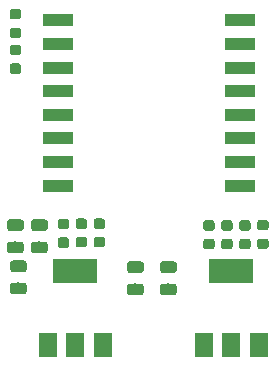
<source format=gbr>
G04 #@! TF.GenerationSoftware,KiCad,Pcbnew,5.0.0-fee4fd1~66~ubuntu16.04.1*
G04 #@! TF.CreationDate,2018-12-09T19:45:05+07:00*
G04 #@! TF.ProjectId,master_circuit,6D61737465725F636972637569742E6B,rev?*
G04 #@! TF.SameCoordinates,Original*
G04 #@! TF.FileFunction,Paste,Top*
G04 #@! TF.FilePolarity,Positive*
%FSLAX46Y46*%
G04 Gerber Fmt 4.6, Leading zero omitted, Abs format (unit mm)*
G04 Created by KiCad (PCBNEW 5.0.0-fee4fd1~66~ubuntu16.04.1) date Sun Dec  9 19:45:05 2018*
%MOMM*%
%LPD*%
G01*
G04 APERTURE LIST*
%ADD10R,2.500000X1.100000*%
%ADD11C,0.100000*%
%ADD12C,0.975000*%
%ADD13C,0.875000*%
%ADD14R,3.800000X2.000000*%
%ADD15R,1.500000X2.000000*%
G04 APERTURE END LIST*
D10*
G04 #@! TO.C,U1*
X149160000Y-62230000D03*
X149160000Y-64230000D03*
X149160000Y-66230000D03*
X149160000Y-68230000D03*
X149160000Y-70230000D03*
X149160000Y-72230000D03*
X149160000Y-74230000D03*
X149160000Y-76230000D03*
X164560000Y-76230000D03*
X164560000Y-74230000D03*
X164560000Y-72230000D03*
X164560000Y-70230000D03*
X164560000Y-68230000D03*
X164560000Y-66230000D03*
X164560000Y-64230000D03*
X164560000Y-62230000D03*
G04 #@! TD*
D11*
G04 #@! TO.C,C1*
G36*
X148054142Y-80969174D02*
X148077803Y-80972684D01*
X148101007Y-80978496D01*
X148123529Y-80986554D01*
X148145153Y-80996782D01*
X148165670Y-81009079D01*
X148184883Y-81023329D01*
X148202607Y-81039393D01*
X148218671Y-81057117D01*
X148232921Y-81076330D01*
X148245218Y-81096847D01*
X148255446Y-81118471D01*
X148263504Y-81140993D01*
X148269316Y-81164197D01*
X148272826Y-81187858D01*
X148274000Y-81211750D01*
X148274000Y-81699250D01*
X148272826Y-81723142D01*
X148269316Y-81746803D01*
X148263504Y-81770007D01*
X148255446Y-81792529D01*
X148245218Y-81814153D01*
X148232921Y-81834670D01*
X148218671Y-81853883D01*
X148202607Y-81871607D01*
X148184883Y-81887671D01*
X148165670Y-81901921D01*
X148145153Y-81914218D01*
X148123529Y-81924446D01*
X148101007Y-81932504D01*
X148077803Y-81938316D01*
X148054142Y-81941826D01*
X148030250Y-81943000D01*
X147117750Y-81943000D01*
X147093858Y-81941826D01*
X147070197Y-81938316D01*
X147046993Y-81932504D01*
X147024471Y-81924446D01*
X147002847Y-81914218D01*
X146982330Y-81901921D01*
X146963117Y-81887671D01*
X146945393Y-81871607D01*
X146929329Y-81853883D01*
X146915079Y-81834670D01*
X146902782Y-81814153D01*
X146892554Y-81792529D01*
X146884496Y-81770007D01*
X146878684Y-81746803D01*
X146875174Y-81723142D01*
X146874000Y-81699250D01*
X146874000Y-81211750D01*
X146875174Y-81187858D01*
X146878684Y-81164197D01*
X146884496Y-81140993D01*
X146892554Y-81118471D01*
X146902782Y-81096847D01*
X146915079Y-81076330D01*
X146929329Y-81057117D01*
X146945393Y-81039393D01*
X146963117Y-81023329D01*
X146982330Y-81009079D01*
X147002847Y-80996782D01*
X147024471Y-80986554D01*
X147046993Y-80978496D01*
X147070197Y-80972684D01*
X147093858Y-80969174D01*
X147117750Y-80968000D01*
X148030250Y-80968000D01*
X148054142Y-80969174D01*
X148054142Y-80969174D01*
G37*
D12*
X147574000Y-81455500D03*
D11*
G36*
X148054142Y-79094174D02*
X148077803Y-79097684D01*
X148101007Y-79103496D01*
X148123529Y-79111554D01*
X148145153Y-79121782D01*
X148165670Y-79134079D01*
X148184883Y-79148329D01*
X148202607Y-79164393D01*
X148218671Y-79182117D01*
X148232921Y-79201330D01*
X148245218Y-79221847D01*
X148255446Y-79243471D01*
X148263504Y-79265993D01*
X148269316Y-79289197D01*
X148272826Y-79312858D01*
X148274000Y-79336750D01*
X148274000Y-79824250D01*
X148272826Y-79848142D01*
X148269316Y-79871803D01*
X148263504Y-79895007D01*
X148255446Y-79917529D01*
X148245218Y-79939153D01*
X148232921Y-79959670D01*
X148218671Y-79978883D01*
X148202607Y-79996607D01*
X148184883Y-80012671D01*
X148165670Y-80026921D01*
X148145153Y-80039218D01*
X148123529Y-80049446D01*
X148101007Y-80057504D01*
X148077803Y-80063316D01*
X148054142Y-80066826D01*
X148030250Y-80068000D01*
X147117750Y-80068000D01*
X147093858Y-80066826D01*
X147070197Y-80063316D01*
X147046993Y-80057504D01*
X147024471Y-80049446D01*
X147002847Y-80039218D01*
X146982330Y-80026921D01*
X146963117Y-80012671D01*
X146945393Y-79996607D01*
X146929329Y-79978883D01*
X146915079Y-79959670D01*
X146902782Y-79939153D01*
X146892554Y-79917529D01*
X146884496Y-79895007D01*
X146878684Y-79871803D01*
X146875174Y-79848142D01*
X146874000Y-79824250D01*
X146874000Y-79336750D01*
X146875174Y-79312858D01*
X146878684Y-79289197D01*
X146884496Y-79265993D01*
X146892554Y-79243471D01*
X146902782Y-79221847D01*
X146915079Y-79201330D01*
X146929329Y-79182117D01*
X146945393Y-79164393D01*
X146963117Y-79148329D01*
X146982330Y-79134079D01*
X147002847Y-79121782D01*
X147024471Y-79111554D01*
X147046993Y-79103496D01*
X147070197Y-79097684D01*
X147093858Y-79094174D01*
X147117750Y-79093000D01*
X148030250Y-79093000D01*
X148054142Y-79094174D01*
X148054142Y-79094174D01*
G37*
D12*
X147574000Y-79580500D03*
G04 #@! TD*
D11*
G04 #@! TO.C,C2*
G36*
X146022142Y-79094174D02*
X146045803Y-79097684D01*
X146069007Y-79103496D01*
X146091529Y-79111554D01*
X146113153Y-79121782D01*
X146133670Y-79134079D01*
X146152883Y-79148329D01*
X146170607Y-79164393D01*
X146186671Y-79182117D01*
X146200921Y-79201330D01*
X146213218Y-79221847D01*
X146223446Y-79243471D01*
X146231504Y-79265993D01*
X146237316Y-79289197D01*
X146240826Y-79312858D01*
X146242000Y-79336750D01*
X146242000Y-79824250D01*
X146240826Y-79848142D01*
X146237316Y-79871803D01*
X146231504Y-79895007D01*
X146223446Y-79917529D01*
X146213218Y-79939153D01*
X146200921Y-79959670D01*
X146186671Y-79978883D01*
X146170607Y-79996607D01*
X146152883Y-80012671D01*
X146133670Y-80026921D01*
X146113153Y-80039218D01*
X146091529Y-80049446D01*
X146069007Y-80057504D01*
X146045803Y-80063316D01*
X146022142Y-80066826D01*
X145998250Y-80068000D01*
X145085750Y-80068000D01*
X145061858Y-80066826D01*
X145038197Y-80063316D01*
X145014993Y-80057504D01*
X144992471Y-80049446D01*
X144970847Y-80039218D01*
X144950330Y-80026921D01*
X144931117Y-80012671D01*
X144913393Y-79996607D01*
X144897329Y-79978883D01*
X144883079Y-79959670D01*
X144870782Y-79939153D01*
X144860554Y-79917529D01*
X144852496Y-79895007D01*
X144846684Y-79871803D01*
X144843174Y-79848142D01*
X144842000Y-79824250D01*
X144842000Y-79336750D01*
X144843174Y-79312858D01*
X144846684Y-79289197D01*
X144852496Y-79265993D01*
X144860554Y-79243471D01*
X144870782Y-79221847D01*
X144883079Y-79201330D01*
X144897329Y-79182117D01*
X144913393Y-79164393D01*
X144931117Y-79148329D01*
X144950330Y-79134079D01*
X144970847Y-79121782D01*
X144992471Y-79111554D01*
X145014993Y-79103496D01*
X145038197Y-79097684D01*
X145061858Y-79094174D01*
X145085750Y-79093000D01*
X145998250Y-79093000D01*
X146022142Y-79094174D01*
X146022142Y-79094174D01*
G37*
D12*
X145542000Y-79580500D03*
D11*
G36*
X146022142Y-80969174D02*
X146045803Y-80972684D01*
X146069007Y-80978496D01*
X146091529Y-80986554D01*
X146113153Y-80996782D01*
X146133670Y-81009079D01*
X146152883Y-81023329D01*
X146170607Y-81039393D01*
X146186671Y-81057117D01*
X146200921Y-81076330D01*
X146213218Y-81096847D01*
X146223446Y-81118471D01*
X146231504Y-81140993D01*
X146237316Y-81164197D01*
X146240826Y-81187858D01*
X146242000Y-81211750D01*
X146242000Y-81699250D01*
X146240826Y-81723142D01*
X146237316Y-81746803D01*
X146231504Y-81770007D01*
X146223446Y-81792529D01*
X146213218Y-81814153D01*
X146200921Y-81834670D01*
X146186671Y-81853883D01*
X146170607Y-81871607D01*
X146152883Y-81887671D01*
X146133670Y-81901921D01*
X146113153Y-81914218D01*
X146091529Y-81924446D01*
X146069007Y-81932504D01*
X146045803Y-81938316D01*
X146022142Y-81941826D01*
X145998250Y-81943000D01*
X145085750Y-81943000D01*
X145061858Y-81941826D01*
X145038197Y-81938316D01*
X145014993Y-81932504D01*
X144992471Y-81924446D01*
X144970847Y-81914218D01*
X144950330Y-81901921D01*
X144931117Y-81887671D01*
X144913393Y-81871607D01*
X144897329Y-81853883D01*
X144883079Y-81834670D01*
X144870782Y-81814153D01*
X144860554Y-81792529D01*
X144852496Y-81770007D01*
X144846684Y-81746803D01*
X144843174Y-81723142D01*
X144842000Y-81699250D01*
X144842000Y-81211750D01*
X144843174Y-81187858D01*
X144846684Y-81164197D01*
X144852496Y-81140993D01*
X144860554Y-81118471D01*
X144870782Y-81096847D01*
X144883079Y-81076330D01*
X144897329Y-81057117D01*
X144913393Y-81039393D01*
X144931117Y-81023329D01*
X144950330Y-81009079D01*
X144970847Y-80996782D01*
X144992471Y-80986554D01*
X145014993Y-80978496D01*
X145038197Y-80972684D01*
X145061858Y-80969174D01*
X145085750Y-80968000D01*
X145998250Y-80968000D01*
X146022142Y-80969174D01*
X146022142Y-80969174D01*
G37*
D12*
X145542000Y-81455500D03*
G04 #@! TD*
D11*
G04 #@! TO.C,C3*
G36*
X152931691Y-79014553D02*
X152952926Y-79017703D01*
X152973750Y-79022919D01*
X152993962Y-79030151D01*
X153013368Y-79039330D01*
X153031781Y-79050366D01*
X153049024Y-79063154D01*
X153064930Y-79077570D01*
X153079346Y-79093476D01*
X153092134Y-79110719D01*
X153103170Y-79129132D01*
X153112349Y-79148538D01*
X153119581Y-79168750D01*
X153124797Y-79189574D01*
X153127947Y-79210809D01*
X153129000Y-79232250D01*
X153129000Y-79669750D01*
X153127947Y-79691191D01*
X153124797Y-79712426D01*
X153119581Y-79733250D01*
X153112349Y-79753462D01*
X153103170Y-79772868D01*
X153092134Y-79791281D01*
X153079346Y-79808524D01*
X153064930Y-79824430D01*
X153049024Y-79838846D01*
X153031781Y-79851634D01*
X153013368Y-79862670D01*
X152993962Y-79871849D01*
X152973750Y-79879081D01*
X152952926Y-79884297D01*
X152931691Y-79887447D01*
X152910250Y-79888500D01*
X152397750Y-79888500D01*
X152376309Y-79887447D01*
X152355074Y-79884297D01*
X152334250Y-79879081D01*
X152314038Y-79871849D01*
X152294632Y-79862670D01*
X152276219Y-79851634D01*
X152258976Y-79838846D01*
X152243070Y-79824430D01*
X152228654Y-79808524D01*
X152215866Y-79791281D01*
X152204830Y-79772868D01*
X152195651Y-79753462D01*
X152188419Y-79733250D01*
X152183203Y-79712426D01*
X152180053Y-79691191D01*
X152179000Y-79669750D01*
X152179000Y-79232250D01*
X152180053Y-79210809D01*
X152183203Y-79189574D01*
X152188419Y-79168750D01*
X152195651Y-79148538D01*
X152204830Y-79129132D01*
X152215866Y-79110719D01*
X152228654Y-79093476D01*
X152243070Y-79077570D01*
X152258976Y-79063154D01*
X152276219Y-79050366D01*
X152294632Y-79039330D01*
X152314038Y-79030151D01*
X152334250Y-79022919D01*
X152355074Y-79017703D01*
X152376309Y-79014553D01*
X152397750Y-79013500D01*
X152910250Y-79013500D01*
X152931691Y-79014553D01*
X152931691Y-79014553D01*
G37*
D13*
X152654000Y-79451000D03*
D11*
G36*
X152931691Y-80589553D02*
X152952926Y-80592703D01*
X152973750Y-80597919D01*
X152993962Y-80605151D01*
X153013368Y-80614330D01*
X153031781Y-80625366D01*
X153049024Y-80638154D01*
X153064930Y-80652570D01*
X153079346Y-80668476D01*
X153092134Y-80685719D01*
X153103170Y-80704132D01*
X153112349Y-80723538D01*
X153119581Y-80743750D01*
X153124797Y-80764574D01*
X153127947Y-80785809D01*
X153129000Y-80807250D01*
X153129000Y-81244750D01*
X153127947Y-81266191D01*
X153124797Y-81287426D01*
X153119581Y-81308250D01*
X153112349Y-81328462D01*
X153103170Y-81347868D01*
X153092134Y-81366281D01*
X153079346Y-81383524D01*
X153064930Y-81399430D01*
X153049024Y-81413846D01*
X153031781Y-81426634D01*
X153013368Y-81437670D01*
X152993962Y-81446849D01*
X152973750Y-81454081D01*
X152952926Y-81459297D01*
X152931691Y-81462447D01*
X152910250Y-81463500D01*
X152397750Y-81463500D01*
X152376309Y-81462447D01*
X152355074Y-81459297D01*
X152334250Y-81454081D01*
X152314038Y-81446849D01*
X152294632Y-81437670D01*
X152276219Y-81426634D01*
X152258976Y-81413846D01*
X152243070Y-81399430D01*
X152228654Y-81383524D01*
X152215866Y-81366281D01*
X152204830Y-81347868D01*
X152195651Y-81328462D01*
X152188419Y-81308250D01*
X152183203Y-81287426D01*
X152180053Y-81266191D01*
X152179000Y-81244750D01*
X152179000Y-80807250D01*
X152180053Y-80785809D01*
X152183203Y-80764574D01*
X152188419Y-80743750D01*
X152195651Y-80723538D01*
X152204830Y-80704132D01*
X152215866Y-80685719D01*
X152228654Y-80668476D01*
X152243070Y-80652570D01*
X152258976Y-80638154D01*
X152276219Y-80625366D01*
X152294632Y-80614330D01*
X152314038Y-80605151D01*
X152334250Y-80597919D01*
X152355074Y-80592703D01*
X152376309Y-80589553D01*
X152397750Y-80588500D01*
X152910250Y-80588500D01*
X152931691Y-80589553D01*
X152931691Y-80589553D01*
G37*
D13*
X152654000Y-81026000D03*
G04 #@! TD*
D11*
G04 #@! TO.C,C4*
G36*
X158976142Y-84525174D02*
X158999803Y-84528684D01*
X159023007Y-84534496D01*
X159045529Y-84542554D01*
X159067153Y-84552782D01*
X159087670Y-84565079D01*
X159106883Y-84579329D01*
X159124607Y-84595393D01*
X159140671Y-84613117D01*
X159154921Y-84632330D01*
X159167218Y-84652847D01*
X159177446Y-84674471D01*
X159185504Y-84696993D01*
X159191316Y-84720197D01*
X159194826Y-84743858D01*
X159196000Y-84767750D01*
X159196000Y-85255250D01*
X159194826Y-85279142D01*
X159191316Y-85302803D01*
X159185504Y-85326007D01*
X159177446Y-85348529D01*
X159167218Y-85370153D01*
X159154921Y-85390670D01*
X159140671Y-85409883D01*
X159124607Y-85427607D01*
X159106883Y-85443671D01*
X159087670Y-85457921D01*
X159067153Y-85470218D01*
X159045529Y-85480446D01*
X159023007Y-85488504D01*
X158999803Y-85494316D01*
X158976142Y-85497826D01*
X158952250Y-85499000D01*
X158039750Y-85499000D01*
X158015858Y-85497826D01*
X157992197Y-85494316D01*
X157968993Y-85488504D01*
X157946471Y-85480446D01*
X157924847Y-85470218D01*
X157904330Y-85457921D01*
X157885117Y-85443671D01*
X157867393Y-85427607D01*
X157851329Y-85409883D01*
X157837079Y-85390670D01*
X157824782Y-85370153D01*
X157814554Y-85348529D01*
X157806496Y-85326007D01*
X157800684Y-85302803D01*
X157797174Y-85279142D01*
X157796000Y-85255250D01*
X157796000Y-84767750D01*
X157797174Y-84743858D01*
X157800684Y-84720197D01*
X157806496Y-84696993D01*
X157814554Y-84674471D01*
X157824782Y-84652847D01*
X157837079Y-84632330D01*
X157851329Y-84613117D01*
X157867393Y-84595393D01*
X157885117Y-84579329D01*
X157904330Y-84565079D01*
X157924847Y-84552782D01*
X157946471Y-84542554D01*
X157968993Y-84534496D01*
X157992197Y-84528684D01*
X158015858Y-84525174D01*
X158039750Y-84524000D01*
X158952250Y-84524000D01*
X158976142Y-84525174D01*
X158976142Y-84525174D01*
G37*
D12*
X158496000Y-85011500D03*
D11*
G36*
X158976142Y-82650174D02*
X158999803Y-82653684D01*
X159023007Y-82659496D01*
X159045529Y-82667554D01*
X159067153Y-82677782D01*
X159087670Y-82690079D01*
X159106883Y-82704329D01*
X159124607Y-82720393D01*
X159140671Y-82738117D01*
X159154921Y-82757330D01*
X159167218Y-82777847D01*
X159177446Y-82799471D01*
X159185504Y-82821993D01*
X159191316Y-82845197D01*
X159194826Y-82868858D01*
X159196000Y-82892750D01*
X159196000Y-83380250D01*
X159194826Y-83404142D01*
X159191316Y-83427803D01*
X159185504Y-83451007D01*
X159177446Y-83473529D01*
X159167218Y-83495153D01*
X159154921Y-83515670D01*
X159140671Y-83534883D01*
X159124607Y-83552607D01*
X159106883Y-83568671D01*
X159087670Y-83582921D01*
X159067153Y-83595218D01*
X159045529Y-83605446D01*
X159023007Y-83613504D01*
X158999803Y-83619316D01*
X158976142Y-83622826D01*
X158952250Y-83624000D01*
X158039750Y-83624000D01*
X158015858Y-83622826D01*
X157992197Y-83619316D01*
X157968993Y-83613504D01*
X157946471Y-83605446D01*
X157924847Y-83595218D01*
X157904330Y-83582921D01*
X157885117Y-83568671D01*
X157867393Y-83552607D01*
X157851329Y-83534883D01*
X157837079Y-83515670D01*
X157824782Y-83495153D01*
X157814554Y-83473529D01*
X157806496Y-83451007D01*
X157800684Y-83427803D01*
X157797174Y-83404142D01*
X157796000Y-83380250D01*
X157796000Y-82892750D01*
X157797174Y-82868858D01*
X157800684Y-82845197D01*
X157806496Y-82821993D01*
X157814554Y-82799471D01*
X157824782Y-82777847D01*
X157837079Y-82757330D01*
X157851329Y-82738117D01*
X157867393Y-82720393D01*
X157885117Y-82704329D01*
X157904330Y-82690079D01*
X157924847Y-82677782D01*
X157946471Y-82667554D01*
X157968993Y-82659496D01*
X157992197Y-82653684D01*
X158015858Y-82650174D01*
X158039750Y-82649000D01*
X158952250Y-82649000D01*
X158976142Y-82650174D01*
X158976142Y-82650174D01*
G37*
D12*
X158496000Y-83136500D03*
G04 #@! TD*
D11*
G04 #@! TO.C,C6*
G36*
X156182142Y-82650174D02*
X156205803Y-82653684D01*
X156229007Y-82659496D01*
X156251529Y-82667554D01*
X156273153Y-82677782D01*
X156293670Y-82690079D01*
X156312883Y-82704329D01*
X156330607Y-82720393D01*
X156346671Y-82738117D01*
X156360921Y-82757330D01*
X156373218Y-82777847D01*
X156383446Y-82799471D01*
X156391504Y-82821993D01*
X156397316Y-82845197D01*
X156400826Y-82868858D01*
X156402000Y-82892750D01*
X156402000Y-83380250D01*
X156400826Y-83404142D01*
X156397316Y-83427803D01*
X156391504Y-83451007D01*
X156383446Y-83473529D01*
X156373218Y-83495153D01*
X156360921Y-83515670D01*
X156346671Y-83534883D01*
X156330607Y-83552607D01*
X156312883Y-83568671D01*
X156293670Y-83582921D01*
X156273153Y-83595218D01*
X156251529Y-83605446D01*
X156229007Y-83613504D01*
X156205803Y-83619316D01*
X156182142Y-83622826D01*
X156158250Y-83624000D01*
X155245750Y-83624000D01*
X155221858Y-83622826D01*
X155198197Y-83619316D01*
X155174993Y-83613504D01*
X155152471Y-83605446D01*
X155130847Y-83595218D01*
X155110330Y-83582921D01*
X155091117Y-83568671D01*
X155073393Y-83552607D01*
X155057329Y-83534883D01*
X155043079Y-83515670D01*
X155030782Y-83495153D01*
X155020554Y-83473529D01*
X155012496Y-83451007D01*
X155006684Y-83427803D01*
X155003174Y-83404142D01*
X155002000Y-83380250D01*
X155002000Y-82892750D01*
X155003174Y-82868858D01*
X155006684Y-82845197D01*
X155012496Y-82821993D01*
X155020554Y-82799471D01*
X155030782Y-82777847D01*
X155043079Y-82757330D01*
X155057329Y-82738117D01*
X155073393Y-82720393D01*
X155091117Y-82704329D01*
X155110330Y-82690079D01*
X155130847Y-82677782D01*
X155152471Y-82667554D01*
X155174993Y-82659496D01*
X155198197Y-82653684D01*
X155221858Y-82650174D01*
X155245750Y-82649000D01*
X156158250Y-82649000D01*
X156182142Y-82650174D01*
X156182142Y-82650174D01*
G37*
D12*
X155702000Y-83136500D03*
D11*
G36*
X156182142Y-84525174D02*
X156205803Y-84528684D01*
X156229007Y-84534496D01*
X156251529Y-84542554D01*
X156273153Y-84552782D01*
X156293670Y-84565079D01*
X156312883Y-84579329D01*
X156330607Y-84595393D01*
X156346671Y-84613117D01*
X156360921Y-84632330D01*
X156373218Y-84652847D01*
X156383446Y-84674471D01*
X156391504Y-84696993D01*
X156397316Y-84720197D01*
X156400826Y-84743858D01*
X156402000Y-84767750D01*
X156402000Y-85255250D01*
X156400826Y-85279142D01*
X156397316Y-85302803D01*
X156391504Y-85326007D01*
X156383446Y-85348529D01*
X156373218Y-85370153D01*
X156360921Y-85390670D01*
X156346671Y-85409883D01*
X156330607Y-85427607D01*
X156312883Y-85443671D01*
X156293670Y-85457921D01*
X156273153Y-85470218D01*
X156251529Y-85480446D01*
X156229007Y-85488504D01*
X156205803Y-85494316D01*
X156182142Y-85497826D01*
X156158250Y-85499000D01*
X155245750Y-85499000D01*
X155221858Y-85497826D01*
X155198197Y-85494316D01*
X155174993Y-85488504D01*
X155152471Y-85480446D01*
X155130847Y-85470218D01*
X155110330Y-85457921D01*
X155091117Y-85443671D01*
X155073393Y-85427607D01*
X155057329Y-85409883D01*
X155043079Y-85390670D01*
X155030782Y-85370153D01*
X155020554Y-85348529D01*
X155012496Y-85326007D01*
X155006684Y-85302803D01*
X155003174Y-85279142D01*
X155002000Y-85255250D01*
X155002000Y-84767750D01*
X155003174Y-84743858D01*
X155006684Y-84720197D01*
X155012496Y-84696993D01*
X155020554Y-84674471D01*
X155030782Y-84652847D01*
X155043079Y-84632330D01*
X155057329Y-84613117D01*
X155073393Y-84595393D01*
X155091117Y-84579329D01*
X155110330Y-84565079D01*
X155130847Y-84552782D01*
X155152471Y-84542554D01*
X155174993Y-84534496D01*
X155198197Y-84528684D01*
X155221858Y-84525174D01*
X155245750Y-84524000D01*
X156158250Y-84524000D01*
X156182142Y-84525174D01*
X156182142Y-84525174D01*
G37*
D12*
X155702000Y-85011500D03*
G04 #@! TD*
D11*
G04 #@! TO.C,C7*
G36*
X146276142Y-84446674D02*
X146299803Y-84450184D01*
X146323007Y-84455996D01*
X146345529Y-84464054D01*
X146367153Y-84474282D01*
X146387670Y-84486579D01*
X146406883Y-84500829D01*
X146424607Y-84516893D01*
X146440671Y-84534617D01*
X146454921Y-84553830D01*
X146467218Y-84574347D01*
X146477446Y-84595971D01*
X146485504Y-84618493D01*
X146491316Y-84641697D01*
X146494826Y-84665358D01*
X146496000Y-84689250D01*
X146496000Y-85176750D01*
X146494826Y-85200642D01*
X146491316Y-85224303D01*
X146485504Y-85247507D01*
X146477446Y-85270029D01*
X146467218Y-85291653D01*
X146454921Y-85312170D01*
X146440671Y-85331383D01*
X146424607Y-85349107D01*
X146406883Y-85365171D01*
X146387670Y-85379421D01*
X146367153Y-85391718D01*
X146345529Y-85401946D01*
X146323007Y-85410004D01*
X146299803Y-85415816D01*
X146276142Y-85419326D01*
X146252250Y-85420500D01*
X145339750Y-85420500D01*
X145315858Y-85419326D01*
X145292197Y-85415816D01*
X145268993Y-85410004D01*
X145246471Y-85401946D01*
X145224847Y-85391718D01*
X145204330Y-85379421D01*
X145185117Y-85365171D01*
X145167393Y-85349107D01*
X145151329Y-85331383D01*
X145137079Y-85312170D01*
X145124782Y-85291653D01*
X145114554Y-85270029D01*
X145106496Y-85247507D01*
X145100684Y-85224303D01*
X145097174Y-85200642D01*
X145096000Y-85176750D01*
X145096000Y-84689250D01*
X145097174Y-84665358D01*
X145100684Y-84641697D01*
X145106496Y-84618493D01*
X145114554Y-84595971D01*
X145124782Y-84574347D01*
X145137079Y-84553830D01*
X145151329Y-84534617D01*
X145167393Y-84516893D01*
X145185117Y-84500829D01*
X145204330Y-84486579D01*
X145224847Y-84474282D01*
X145246471Y-84464054D01*
X145268993Y-84455996D01*
X145292197Y-84450184D01*
X145315858Y-84446674D01*
X145339750Y-84445500D01*
X146252250Y-84445500D01*
X146276142Y-84446674D01*
X146276142Y-84446674D01*
G37*
D12*
X145796000Y-84933000D03*
D11*
G36*
X146276142Y-82571674D02*
X146299803Y-82575184D01*
X146323007Y-82580996D01*
X146345529Y-82589054D01*
X146367153Y-82599282D01*
X146387670Y-82611579D01*
X146406883Y-82625829D01*
X146424607Y-82641893D01*
X146440671Y-82659617D01*
X146454921Y-82678830D01*
X146467218Y-82699347D01*
X146477446Y-82720971D01*
X146485504Y-82743493D01*
X146491316Y-82766697D01*
X146494826Y-82790358D01*
X146496000Y-82814250D01*
X146496000Y-83301750D01*
X146494826Y-83325642D01*
X146491316Y-83349303D01*
X146485504Y-83372507D01*
X146477446Y-83395029D01*
X146467218Y-83416653D01*
X146454921Y-83437170D01*
X146440671Y-83456383D01*
X146424607Y-83474107D01*
X146406883Y-83490171D01*
X146387670Y-83504421D01*
X146367153Y-83516718D01*
X146345529Y-83526946D01*
X146323007Y-83535004D01*
X146299803Y-83540816D01*
X146276142Y-83544326D01*
X146252250Y-83545500D01*
X145339750Y-83545500D01*
X145315858Y-83544326D01*
X145292197Y-83540816D01*
X145268993Y-83535004D01*
X145246471Y-83526946D01*
X145224847Y-83516718D01*
X145204330Y-83504421D01*
X145185117Y-83490171D01*
X145167393Y-83474107D01*
X145151329Y-83456383D01*
X145137079Y-83437170D01*
X145124782Y-83416653D01*
X145114554Y-83395029D01*
X145106496Y-83372507D01*
X145100684Y-83349303D01*
X145097174Y-83325642D01*
X145096000Y-83301750D01*
X145096000Y-82814250D01*
X145097174Y-82790358D01*
X145100684Y-82766697D01*
X145106496Y-82743493D01*
X145114554Y-82720971D01*
X145124782Y-82699347D01*
X145137079Y-82678830D01*
X145151329Y-82659617D01*
X145167393Y-82641893D01*
X145185117Y-82625829D01*
X145204330Y-82611579D01*
X145224847Y-82599282D01*
X145246471Y-82589054D01*
X145268993Y-82580996D01*
X145292197Y-82575184D01*
X145315858Y-82571674D01*
X145339750Y-82570500D01*
X146252250Y-82570500D01*
X146276142Y-82571674D01*
X146276142Y-82571674D01*
G37*
D12*
X145796000Y-83058000D03*
G04 #@! TD*
D11*
G04 #@! TO.C,D1*
G36*
X145819691Y-64308053D02*
X145840926Y-64311203D01*
X145861750Y-64316419D01*
X145881962Y-64323651D01*
X145901368Y-64332830D01*
X145919781Y-64343866D01*
X145937024Y-64356654D01*
X145952930Y-64371070D01*
X145967346Y-64386976D01*
X145980134Y-64404219D01*
X145991170Y-64422632D01*
X146000349Y-64442038D01*
X146007581Y-64462250D01*
X146012797Y-64483074D01*
X146015947Y-64504309D01*
X146017000Y-64525750D01*
X146017000Y-64963250D01*
X146015947Y-64984691D01*
X146012797Y-65005926D01*
X146007581Y-65026750D01*
X146000349Y-65046962D01*
X145991170Y-65066368D01*
X145980134Y-65084781D01*
X145967346Y-65102024D01*
X145952930Y-65117930D01*
X145937024Y-65132346D01*
X145919781Y-65145134D01*
X145901368Y-65156170D01*
X145881962Y-65165349D01*
X145861750Y-65172581D01*
X145840926Y-65177797D01*
X145819691Y-65180947D01*
X145798250Y-65182000D01*
X145285750Y-65182000D01*
X145264309Y-65180947D01*
X145243074Y-65177797D01*
X145222250Y-65172581D01*
X145202038Y-65165349D01*
X145182632Y-65156170D01*
X145164219Y-65145134D01*
X145146976Y-65132346D01*
X145131070Y-65117930D01*
X145116654Y-65102024D01*
X145103866Y-65084781D01*
X145092830Y-65066368D01*
X145083651Y-65046962D01*
X145076419Y-65026750D01*
X145071203Y-65005926D01*
X145068053Y-64984691D01*
X145067000Y-64963250D01*
X145067000Y-64525750D01*
X145068053Y-64504309D01*
X145071203Y-64483074D01*
X145076419Y-64462250D01*
X145083651Y-64442038D01*
X145092830Y-64422632D01*
X145103866Y-64404219D01*
X145116654Y-64386976D01*
X145131070Y-64371070D01*
X145146976Y-64356654D01*
X145164219Y-64343866D01*
X145182632Y-64332830D01*
X145202038Y-64323651D01*
X145222250Y-64316419D01*
X145243074Y-64311203D01*
X145264309Y-64308053D01*
X145285750Y-64307000D01*
X145798250Y-64307000D01*
X145819691Y-64308053D01*
X145819691Y-64308053D01*
G37*
D13*
X145542000Y-64744500D03*
D11*
G36*
X145819691Y-65883053D02*
X145840926Y-65886203D01*
X145861750Y-65891419D01*
X145881962Y-65898651D01*
X145901368Y-65907830D01*
X145919781Y-65918866D01*
X145937024Y-65931654D01*
X145952930Y-65946070D01*
X145967346Y-65961976D01*
X145980134Y-65979219D01*
X145991170Y-65997632D01*
X146000349Y-66017038D01*
X146007581Y-66037250D01*
X146012797Y-66058074D01*
X146015947Y-66079309D01*
X146017000Y-66100750D01*
X146017000Y-66538250D01*
X146015947Y-66559691D01*
X146012797Y-66580926D01*
X146007581Y-66601750D01*
X146000349Y-66621962D01*
X145991170Y-66641368D01*
X145980134Y-66659781D01*
X145967346Y-66677024D01*
X145952930Y-66692930D01*
X145937024Y-66707346D01*
X145919781Y-66720134D01*
X145901368Y-66731170D01*
X145881962Y-66740349D01*
X145861750Y-66747581D01*
X145840926Y-66752797D01*
X145819691Y-66755947D01*
X145798250Y-66757000D01*
X145285750Y-66757000D01*
X145264309Y-66755947D01*
X145243074Y-66752797D01*
X145222250Y-66747581D01*
X145202038Y-66740349D01*
X145182632Y-66731170D01*
X145164219Y-66720134D01*
X145146976Y-66707346D01*
X145131070Y-66692930D01*
X145116654Y-66677024D01*
X145103866Y-66659781D01*
X145092830Y-66641368D01*
X145083651Y-66621962D01*
X145076419Y-66601750D01*
X145071203Y-66580926D01*
X145068053Y-66559691D01*
X145067000Y-66538250D01*
X145067000Y-66100750D01*
X145068053Y-66079309D01*
X145071203Y-66058074D01*
X145076419Y-66037250D01*
X145083651Y-66017038D01*
X145092830Y-65997632D01*
X145103866Y-65979219D01*
X145116654Y-65961976D01*
X145131070Y-65946070D01*
X145146976Y-65931654D01*
X145164219Y-65918866D01*
X145182632Y-65907830D01*
X145202038Y-65898651D01*
X145222250Y-65891419D01*
X145243074Y-65886203D01*
X145264309Y-65883053D01*
X145285750Y-65882000D01*
X145798250Y-65882000D01*
X145819691Y-65883053D01*
X145819691Y-65883053D01*
G37*
D13*
X145542000Y-66319500D03*
G04 #@! TD*
D11*
G04 #@! TO.C,R1*
G36*
X145819691Y-61285553D02*
X145840926Y-61288703D01*
X145861750Y-61293919D01*
X145881962Y-61301151D01*
X145901368Y-61310330D01*
X145919781Y-61321366D01*
X145937024Y-61334154D01*
X145952930Y-61348570D01*
X145967346Y-61364476D01*
X145980134Y-61381719D01*
X145991170Y-61400132D01*
X146000349Y-61419538D01*
X146007581Y-61439750D01*
X146012797Y-61460574D01*
X146015947Y-61481809D01*
X146017000Y-61503250D01*
X146017000Y-61940750D01*
X146015947Y-61962191D01*
X146012797Y-61983426D01*
X146007581Y-62004250D01*
X146000349Y-62024462D01*
X145991170Y-62043868D01*
X145980134Y-62062281D01*
X145967346Y-62079524D01*
X145952930Y-62095430D01*
X145937024Y-62109846D01*
X145919781Y-62122634D01*
X145901368Y-62133670D01*
X145881962Y-62142849D01*
X145861750Y-62150081D01*
X145840926Y-62155297D01*
X145819691Y-62158447D01*
X145798250Y-62159500D01*
X145285750Y-62159500D01*
X145264309Y-62158447D01*
X145243074Y-62155297D01*
X145222250Y-62150081D01*
X145202038Y-62142849D01*
X145182632Y-62133670D01*
X145164219Y-62122634D01*
X145146976Y-62109846D01*
X145131070Y-62095430D01*
X145116654Y-62079524D01*
X145103866Y-62062281D01*
X145092830Y-62043868D01*
X145083651Y-62024462D01*
X145076419Y-62004250D01*
X145071203Y-61983426D01*
X145068053Y-61962191D01*
X145067000Y-61940750D01*
X145067000Y-61503250D01*
X145068053Y-61481809D01*
X145071203Y-61460574D01*
X145076419Y-61439750D01*
X145083651Y-61419538D01*
X145092830Y-61400132D01*
X145103866Y-61381719D01*
X145116654Y-61364476D01*
X145131070Y-61348570D01*
X145146976Y-61334154D01*
X145164219Y-61321366D01*
X145182632Y-61310330D01*
X145202038Y-61301151D01*
X145222250Y-61293919D01*
X145243074Y-61288703D01*
X145264309Y-61285553D01*
X145285750Y-61284500D01*
X145798250Y-61284500D01*
X145819691Y-61285553D01*
X145819691Y-61285553D01*
G37*
D13*
X145542000Y-61722000D03*
D11*
G36*
X145819691Y-62860553D02*
X145840926Y-62863703D01*
X145861750Y-62868919D01*
X145881962Y-62876151D01*
X145901368Y-62885330D01*
X145919781Y-62896366D01*
X145937024Y-62909154D01*
X145952930Y-62923570D01*
X145967346Y-62939476D01*
X145980134Y-62956719D01*
X145991170Y-62975132D01*
X146000349Y-62994538D01*
X146007581Y-63014750D01*
X146012797Y-63035574D01*
X146015947Y-63056809D01*
X146017000Y-63078250D01*
X146017000Y-63515750D01*
X146015947Y-63537191D01*
X146012797Y-63558426D01*
X146007581Y-63579250D01*
X146000349Y-63599462D01*
X145991170Y-63618868D01*
X145980134Y-63637281D01*
X145967346Y-63654524D01*
X145952930Y-63670430D01*
X145937024Y-63684846D01*
X145919781Y-63697634D01*
X145901368Y-63708670D01*
X145881962Y-63717849D01*
X145861750Y-63725081D01*
X145840926Y-63730297D01*
X145819691Y-63733447D01*
X145798250Y-63734500D01*
X145285750Y-63734500D01*
X145264309Y-63733447D01*
X145243074Y-63730297D01*
X145222250Y-63725081D01*
X145202038Y-63717849D01*
X145182632Y-63708670D01*
X145164219Y-63697634D01*
X145146976Y-63684846D01*
X145131070Y-63670430D01*
X145116654Y-63654524D01*
X145103866Y-63637281D01*
X145092830Y-63618868D01*
X145083651Y-63599462D01*
X145076419Y-63579250D01*
X145071203Y-63558426D01*
X145068053Y-63537191D01*
X145067000Y-63515750D01*
X145067000Y-63078250D01*
X145068053Y-63056809D01*
X145071203Y-63035574D01*
X145076419Y-63014750D01*
X145083651Y-62994538D01*
X145092830Y-62975132D01*
X145103866Y-62956719D01*
X145116654Y-62939476D01*
X145131070Y-62923570D01*
X145146976Y-62909154D01*
X145164219Y-62896366D01*
X145182632Y-62885330D01*
X145202038Y-62876151D01*
X145222250Y-62868919D01*
X145243074Y-62863703D01*
X145264309Y-62860553D01*
X145285750Y-62859500D01*
X145798250Y-62859500D01*
X145819691Y-62860553D01*
X145819691Y-62860553D01*
G37*
D13*
X145542000Y-63297000D03*
G04 #@! TD*
D11*
G04 #@! TO.C,R2*
G36*
X165250691Y-80742053D02*
X165271926Y-80745203D01*
X165292750Y-80750419D01*
X165312962Y-80757651D01*
X165332368Y-80766830D01*
X165350781Y-80777866D01*
X165368024Y-80790654D01*
X165383930Y-80805070D01*
X165398346Y-80820976D01*
X165411134Y-80838219D01*
X165422170Y-80856632D01*
X165431349Y-80876038D01*
X165438581Y-80896250D01*
X165443797Y-80917074D01*
X165446947Y-80938309D01*
X165448000Y-80959750D01*
X165448000Y-81397250D01*
X165446947Y-81418691D01*
X165443797Y-81439926D01*
X165438581Y-81460750D01*
X165431349Y-81480962D01*
X165422170Y-81500368D01*
X165411134Y-81518781D01*
X165398346Y-81536024D01*
X165383930Y-81551930D01*
X165368024Y-81566346D01*
X165350781Y-81579134D01*
X165332368Y-81590170D01*
X165312962Y-81599349D01*
X165292750Y-81606581D01*
X165271926Y-81611797D01*
X165250691Y-81614947D01*
X165229250Y-81616000D01*
X164716750Y-81616000D01*
X164695309Y-81614947D01*
X164674074Y-81611797D01*
X164653250Y-81606581D01*
X164633038Y-81599349D01*
X164613632Y-81590170D01*
X164595219Y-81579134D01*
X164577976Y-81566346D01*
X164562070Y-81551930D01*
X164547654Y-81536024D01*
X164534866Y-81518781D01*
X164523830Y-81500368D01*
X164514651Y-81480962D01*
X164507419Y-81460750D01*
X164502203Y-81439926D01*
X164499053Y-81418691D01*
X164498000Y-81397250D01*
X164498000Y-80959750D01*
X164499053Y-80938309D01*
X164502203Y-80917074D01*
X164507419Y-80896250D01*
X164514651Y-80876038D01*
X164523830Y-80856632D01*
X164534866Y-80838219D01*
X164547654Y-80820976D01*
X164562070Y-80805070D01*
X164577976Y-80790654D01*
X164595219Y-80777866D01*
X164613632Y-80766830D01*
X164633038Y-80757651D01*
X164653250Y-80750419D01*
X164674074Y-80745203D01*
X164695309Y-80742053D01*
X164716750Y-80741000D01*
X165229250Y-80741000D01*
X165250691Y-80742053D01*
X165250691Y-80742053D01*
G37*
D13*
X164973000Y-81178500D03*
D11*
G36*
X165250691Y-79167053D02*
X165271926Y-79170203D01*
X165292750Y-79175419D01*
X165312962Y-79182651D01*
X165332368Y-79191830D01*
X165350781Y-79202866D01*
X165368024Y-79215654D01*
X165383930Y-79230070D01*
X165398346Y-79245976D01*
X165411134Y-79263219D01*
X165422170Y-79281632D01*
X165431349Y-79301038D01*
X165438581Y-79321250D01*
X165443797Y-79342074D01*
X165446947Y-79363309D01*
X165448000Y-79384750D01*
X165448000Y-79822250D01*
X165446947Y-79843691D01*
X165443797Y-79864926D01*
X165438581Y-79885750D01*
X165431349Y-79905962D01*
X165422170Y-79925368D01*
X165411134Y-79943781D01*
X165398346Y-79961024D01*
X165383930Y-79976930D01*
X165368024Y-79991346D01*
X165350781Y-80004134D01*
X165332368Y-80015170D01*
X165312962Y-80024349D01*
X165292750Y-80031581D01*
X165271926Y-80036797D01*
X165250691Y-80039947D01*
X165229250Y-80041000D01*
X164716750Y-80041000D01*
X164695309Y-80039947D01*
X164674074Y-80036797D01*
X164653250Y-80031581D01*
X164633038Y-80024349D01*
X164613632Y-80015170D01*
X164595219Y-80004134D01*
X164577976Y-79991346D01*
X164562070Y-79976930D01*
X164547654Y-79961024D01*
X164534866Y-79943781D01*
X164523830Y-79925368D01*
X164514651Y-79905962D01*
X164507419Y-79885750D01*
X164502203Y-79864926D01*
X164499053Y-79843691D01*
X164498000Y-79822250D01*
X164498000Y-79384750D01*
X164499053Y-79363309D01*
X164502203Y-79342074D01*
X164507419Y-79321250D01*
X164514651Y-79301038D01*
X164523830Y-79281632D01*
X164534866Y-79263219D01*
X164547654Y-79245976D01*
X164562070Y-79230070D01*
X164577976Y-79215654D01*
X164595219Y-79202866D01*
X164613632Y-79191830D01*
X164633038Y-79182651D01*
X164653250Y-79175419D01*
X164674074Y-79170203D01*
X164695309Y-79167053D01*
X164716750Y-79166000D01*
X165229250Y-79166000D01*
X165250691Y-79167053D01*
X165250691Y-79167053D01*
G37*
D13*
X164973000Y-79603500D03*
G04 #@! TD*
D11*
G04 #@! TO.C,R3*
G36*
X163726691Y-79167053D02*
X163747926Y-79170203D01*
X163768750Y-79175419D01*
X163788962Y-79182651D01*
X163808368Y-79191830D01*
X163826781Y-79202866D01*
X163844024Y-79215654D01*
X163859930Y-79230070D01*
X163874346Y-79245976D01*
X163887134Y-79263219D01*
X163898170Y-79281632D01*
X163907349Y-79301038D01*
X163914581Y-79321250D01*
X163919797Y-79342074D01*
X163922947Y-79363309D01*
X163924000Y-79384750D01*
X163924000Y-79822250D01*
X163922947Y-79843691D01*
X163919797Y-79864926D01*
X163914581Y-79885750D01*
X163907349Y-79905962D01*
X163898170Y-79925368D01*
X163887134Y-79943781D01*
X163874346Y-79961024D01*
X163859930Y-79976930D01*
X163844024Y-79991346D01*
X163826781Y-80004134D01*
X163808368Y-80015170D01*
X163788962Y-80024349D01*
X163768750Y-80031581D01*
X163747926Y-80036797D01*
X163726691Y-80039947D01*
X163705250Y-80041000D01*
X163192750Y-80041000D01*
X163171309Y-80039947D01*
X163150074Y-80036797D01*
X163129250Y-80031581D01*
X163109038Y-80024349D01*
X163089632Y-80015170D01*
X163071219Y-80004134D01*
X163053976Y-79991346D01*
X163038070Y-79976930D01*
X163023654Y-79961024D01*
X163010866Y-79943781D01*
X162999830Y-79925368D01*
X162990651Y-79905962D01*
X162983419Y-79885750D01*
X162978203Y-79864926D01*
X162975053Y-79843691D01*
X162974000Y-79822250D01*
X162974000Y-79384750D01*
X162975053Y-79363309D01*
X162978203Y-79342074D01*
X162983419Y-79321250D01*
X162990651Y-79301038D01*
X162999830Y-79281632D01*
X163010866Y-79263219D01*
X163023654Y-79245976D01*
X163038070Y-79230070D01*
X163053976Y-79215654D01*
X163071219Y-79202866D01*
X163089632Y-79191830D01*
X163109038Y-79182651D01*
X163129250Y-79175419D01*
X163150074Y-79170203D01*
X163171309Y-79167053D01*
X163192750Y-79166000D01*
X163705250Y-79166000D01*
X163726691Y-79167053D01*
X163726691Y-79167053D01*
G37*
D13*
X163449000Y-79603500D03*
D11*
G36*
X163726691Y-80742053D02*
X163747926Y-80745203D01*
X163768750Y-80750419D01*
X163788962Y-80757651D01*
X163808368Y-80766830D01*
X163826781Y-80777866D01*
X163844024Y-80790654D01*
X163859930Y-80805070D01*
X163874346Y-80820976D01*
X163887134Y-80838219D01*
X163898170Y-80856632D01*
X163907349Y-80876038D01*
X163914581Y-80896250D01*
X163919797Y-80917074D01*
X163922947Y-80938309D01*
X163924000Y-80959750D01*
X163924000Y-81397250D01*
X163922947Y-81418691D01*
X163919797Y-81439926D01*
X163914581Y-81460750D01*
X163907349Y-81480962D01*
X163898170Y-81500368D01*
X163887134Y-81518781D01*
X163874346Y-81536024D01*
X163859930Y-81551930D01*
X163844024Y-81566346D01*
X163826781Y-81579134D01*
X163808368Y-81590170D01*
X163788962Y-81599349D01*
X163768750Y-81606581D01*
X163747926Y-81611797D01*
X163726691Y-81614947D01*
X163705250Y-81616000D01*
X163192750Y-81616000D01*
X163171309Y-81614947D01*
X163150074Y-81611797D01*
X163129250Y-81606581D01*
X163109038Y-81599349D01*
X163089632Y-81590170D01*
X163071219Y-81579134D01*
X163053976Y-81566346D01*
X163038070Y-81551930D01*
X163023654Y-81536024D01*
X163010866Y-81518781D01*
X162999830Y-81500368D01*
X162990651Y-81480962D01*
X162983419Y-81460750D01*
X162978203Y-81439926D01*
X162975053Y-81418691D01*
X162974000Y-81397250D01*
X162974000Y-80959750D01*
X162975053Y-80938309D01*
X162978203Y-80917074D01*
X162983419Y-80896250D01*
X162990651Y-80876038D01*
X162999830Y-80856632D01*
X163010866Y-80838219D01*
X163023654Y-80820976D01*
X163038070Y-80805070D01*
X163053976Y-80790654D01*
X163071219Y-80777866D01*
X163089632Y-80766830D01*
X163109038Y-80757651D01*
X163129250Y-80750419D01*
X163150074Y-80745203D01*
X163171309Y-80742053D01*
X163192750Y-80741000D01*
X163705250Y-80741000D01*
X163726691Y-80742053D01*
X163726691Y-80742053D01*
G37*
D13*
X163449000Y-81178500D03*
G04 #@! TD*
D11*
G04 #@! TO.C,R4*
G36*
X151407691Y-80589553D02*
X151428926Y-80592703D01*
X151449750Y-80597919D01*
X151469962Y-80605151D01*
X151489368Y-80614330D01*
X151507781Y-80625366D01*
X151525024Y-80638154D01*
X151540930Y-80652570D01*
X151555346Y-80668476D01*
X151568134Y-80685719D01*
X151579170Y-80704132D01*
X151588349Y-80723538D01*
X151595581Y-80743750D01*
X151600797Y-80764574D01*
X151603947Y-80785809D01*
X151605000Y-80807250D01*
X151605000Y-81244750D01*
X151603947Y-81266191D01*
X151600797Y-81287426D01*
X151595581Y-81308250D01*
X151588349Y-81328462D01*
X151579170Y-81347868D01*
X151568134Y-81366281D01*
X151555346Y-81383524D01*
X151540930Y-81399430D01*
X151525024Y-81413846D01*
X151507781Y-81426634D01*
X151489368Y-81437670D01*
X151469962Y-81446849D01*
X151449750Y-81454081D01*
X151428926Y-81459297D01*
X151407691Y-81462447D01*
X151386250Y-81463500D01*
X150873750Y-81463500D01*
X150852309Y-81462447D01*
X150831074Y-81459297D01*
X150810250Y-81454081D01*
X150790038Y-81446849D01*
X150770632Y-81437670D01*
X150752219Y-81426634D01*
X150734976Y-81413846D01*
X150719070Y-81399430D01*
X150704654Y-81383524D01*
X150691866Y-81366281D01*
X150680830Y-81347868D01*
X150671651Y-81328462D01*
X150664419Y-81308250D01*
X150659203Y-81287426D01*
X150656053Y-81266191D01*
X150655000Y-81244750D01*
X150655000Y-80807250D01*
X150656053Y-80785809D01*
X150659203Y-80764574D01*
X150664419Y-80743750D01*
X150671651Y-80723538D01*
X150680830Y-80704132D01*
X150691866Y-80685719D01*
X150704654Y-80668476D01*
X150719070Y-80652570D01*
X150734976Y-80638154D01*
X150752219Y-80625366D01*
X150770632Y-80614330D01*
X150790038Y-80605151D01*
X150810250Y-80597919D01*
X150831074Y-80592703D01*
X150852309Y-80589553D01*
X150873750Y-80588500D01*
X151386250Y-80588500D01*
X151407691Y-80589553D01*
X151407691Y-80589553D01*
G37*
D13*
X151130000Y-81026000D03*
D11*
G36*
X151407691Y-79014553D02*
X151428926Y-79017703D01*
X151449750Y-79022919D01*
X151469962Y-79030151D01*
X151489368Y-79039330D01*
X151507781Y-79050366D01*
X151525024Y-79063154D01*
X151540930Y-79077570D01*
X151555346Y-79093476D01*
X151568134Y-79110719D01*
X151579170Y-79129132D01*
X151588349Y-79148538D01*
X151595581Y-79168750D01*
X151600797Y-79189574D01*
X151603947Y-79210809D01*
X151605000Y-79232250D01*
X151605000Y-79669750D01*
X151603947Y-79691191D01*
X151600797Y-79712426D01*
X151595581Y-79733250D01*
X151588349Y-79753462D01*
X151579170Y-79772868D01*
X151568134Y-79791281D01*
X151555346Y-79808524D01*
X151540930Y-79824430D01*
X151525024Y-79838846D01*
X151507781Y-79851634D01*
X151489368Y-79862670D01*
X151469962Y-79871849D01*
X151449750Y-79879081D01*
X151428926Y-79884297D01*
X151407691Y-79887447D01*
X151386250Y-79888500D01*
X150873750Y-79888500D01*
X150852309Y-79887447D01*
X150831074Y-79884297D01*
X150810250Y-79879081D01*
X150790038Y-79871849D01*
X150770632Y-79862670D01*
X150752219Y-79851634D01*
X150734976Y-79838846D01*
X150719070Y-79824430D01*
X150704654Y-79808524D01*
X150691866Y-79791281D01*
X150680830Y-79772868D01*
X150671651Y-79753462D01*
X150664419Y-79733250D01*
X150659203Y-79712426D01*
X150656053Y-79691191D01*
X150655000Y-79669750D01*
X150655000Y-79232250D01*
X150656053Y-79210809D01*
X150659203Y-79189574D01*
X150664419Y-79168750D01*
X150671651Y-79148538D01*
X150680830Y-79129132D01*
X150691866Y-79110719D01*
X150704654Y-79093476D01*
X150719070Y-79077570D01*
X150734976Y-79063154D01*
X150752219Y-79050366D01*
X150770632Y-79039330D01*
X150790038Y-79030151D01*
X150810250Y-79022919D01*
X150831074Y-79017703D01*
X150852309Y-79014553D01*
X150873750Y-79013500D01*
X151386250Y-79013500D01*
X151407691Y-79014553D01*
X151407691Y-79014553D01*
G37*
D13*
X151130000Y-79451000D03*
G04 #@! TD*
D11*
G04 #@! TO.C,R5*
G36*
X162202691Y-79167053D02*
X162223926Y-79170203D01*
X162244750Y-79175419D01*
X162264962Y-79182651D01*
X162284368Y-79191830D01*
X162302781Y-79202866D01*
X162320024Y-79215654D01*
X162335930Y-79230070D01*
X162350346Y-79245976D01*
X162363134Y-79263219D01*
X162374170Y-79281632D01*
X162383349Y-79301038D01*
X162390581Y-79321250D01*
X162395797Y-79342074D01*
X162398947Y-79363309D01*
X162400000Y-79384750D01*
X162400000Y-79822250D01*
X162398947Y-79843691D01*
X162395797Y-79864926D01*
X162390581Y-79885750D01*
X162383349Y-79905962D01*
X162374170Y-79925368D01*
X162363134Y-79943781D01*
X162350346Y-79961024D01*
X162335930Y-79976930D01*
X162320024Y-79991346D01*
X162302781Y-80004134D01*
X162284368Y-80015170D01*
X162264962Y-80024349D01*
X162244750Y-80031581D01*
X162223926Y-80036797D01*
X162202691Y-80039947D01*
X162181250Y-80041000D01*
X161668750Y-80041000D01*
X161647309Y-80039947D01*
X161626074Y-80036797D01*
X161605250Y-80031581D01*
X161585038Y-80024349D01*
X161565632Y-80015170D01*
X161547219Y-80004134D01*
X161529976Y-79991346D01*
X161514070Y-79976930D01*
X161499654Y-79961024D01*
X161486866Y-79943781D01*
X161475830Y-79925368D01*
X161466651Y-79905962D01*
X161459419Y-79885750D01*
X161454203Y-79864926D01*
X161451053Y-79843691D01*
X161450000Y-79822250D01*
X161450000Y-79384750D01*
X161451053Y-79363309D01*
X161454203Y-79342074D01*
X161459419Y-79321250D01*
X161466651Y-79301038D01*
X161475830Y-79281632D01*
X161486866Y-79263219D01*
X161499654Y-79245976D01*
X161514070Y-79230070D01*
X161529976Y-79215654D01*
X161547219Y-79202866D01*
X161565632Y-79191830D01*
X161585038Y-79182651D01*
X161605250Y-79175419D01*
X161626074Y-79170203D01*
X161647309Y-79167053D01*
X161668750Y-79166000D01*
X162181250Y-79166000D01*
X162202691Y-79167053D01*
X162202691Y-79167053D01*
G37*
D13*
X161925000Y-79603500D03*
D11*
G36*
X162202691Y-80742053D02*
X162223926Y-80745203D01*
X162244750Y-80750419D01*
X162264962Y-80757651D01*
X162284368Y-80766830D01*
X162302781Y-80777866D01*
X162320024Y-80790654D01*
X162335930Y-80805070D01*
X162350346Y-80820976D01*
X162363134Y-80838219D01*
X162374170Y-80856632D01*
X162383349Y-80876038D01*
X162390581Y-80896250D01*
X162395797Y-80917074D01*
X162398947Y-80938309D01*
X162400000Y-80959750D01*
X162400000Y-81397250D01*
X162398947Y-81418691D01*
X162395797Y-81439926D01*
X162390581Y-81460750D01*
X162383349Y-81480962D01*
X162374170Y-81500368D01*
X162363134Y-81518781D01*
X162350346Y-81536024D01*
X162335930Y-81551930D01*
X162320024Y-81566346D01*
X162302781Y-81579134D01*
X162284368Y-81590170D01*
X162264962Y-81599349D01*
X162244750Y-81606581D01*
X162223926Y-81611797D01*
X162202691Y-81614947D01*
X162181250Y-81616000D01*
X161668750Y-81616000D01*
X161647309Y-81614947D01*
X161626074Y-81611797D01*
X161605250Y-81606581D01*
X161585038Y-81599349D01*
X161565632Y-81590170D01*
X161547219Y-81579134D01*
X161529976Y-81566346D01*
X161514070Y-81551930D01*
X161499654Y-81536024D01*
X161486866Y-81518781D01*
X161475830Y-81500368D01*
X161466651Y-81480962D01*
X161459419Y-81460750D01*
X161454203Y-81439926D01*
X161451053Y-81418691D01*
X161450000Y-81397250D01*
X161450000Y-80959750D01*
X161451053Y-80938309D01*
X161454203Y-80917074D01*
X161459419Y-80896250D01*
X161466651Y-80876038D01*
X161475830Y-80856632D01*
X161486866Y-80838219D01*
X161499654Y-80820976D01*
X161514070Y-80805070D01*
X161529976Y-80790654D01*
X161547219Y-80777866D01*
X161565632Y-80766830D01*
X161585038Y-80757651D01*
X161605250Y-80750419D01*
X161626074Y-80745203D01*
X161647309Y-80742053D01*
X161668750Y-80741000D01*
X162181250Y-80741000D01*
X162202691Y-80742053D01*
X162202691Y-80742053D01*
G37*
D13*
X161925000Y-81178500D03*
G04 #@! TD*
D11*
G04 #@! TO.C,R6*
G36*
X166774691Y-80716553D02*
X166795926Y-80719703D01*
X166816750Y-80724919D01*
X166836962Y-80732151D01*
X166856368Y-80741330D01*
X166874781Y-80752366D01*
X166892024Y-80765154D01*
X166907930Y-80779570D01*
X166922346Y-80795476D01*
X166935134Y-80812719D01*
X166946170Y-80831132D01*
X166955349Y-80850538D01*
X166962581Y-80870750D01*
X166967797Y-80891574D01*
X166970947Y-80912809D01*
X166972000Y-80934250D01*
X166972000Y-81371750D01*
X166970947Y-81393191D01*
X166967797Y-81414426D01*
X166962581Y-81435250D01*
X166955349Y-81455462D01*
X166946170Y-81474868D01*
X166935134Y-81493281D01*
X166922346Y-81510524D01*
X166907930Y-81526430D01*
X166892024Y-81540846D01*
X166874781Y-81553634D01*
X166856368Y-81564670D01*
X166836962Y-81573849D01*
X166816750Y-81581081D01*
X166795926Y-81586297D01*
X166774691Y-81589447D01*
X166753250Y-81590500D01*
X166240750Y-81590500D01*
X166219309Y-81589447D01*
X166198074Y-81586297D01*
X166177250Y-81581081D01*
X166157038Y-81573849D01*
X166137632Y-81564670D01*
X166119219Y-81553634D01*
X166101976Y-81540846D01*
X166086070Y-81526430D01*
X166071654Y-81510524D01*
X166058866Y-81493281D01*
X166047830Y-81474868D01*
X166038651Y-81455462D01*
X166031419Y-81435250D01*
X166026203Y-81414426D01*
X166023053Y-81393191D01*
X166022000Y-81371750D01*
X166022000Y-80934250D01*
X166023053Y-80912809D01*
X166026203Y-80891574D01*
X166031419Y-80870750D01*
X166038651Y-80850538D01*
X166047830Y-80831132D01*
X166058866Y-80812719D01*
X166071654Y-80795476D01*
X166086070Y-80779570D01*
X166101976Y-80765154D01*
X166119219Y-80752366D01*
X166137632Y-80741330D01*
X166157038Y-80732151D01*
X166177250Y-80724919D01*
X166198074Y-80719703D01*
X166219309Y-80716553D01*
X166240750Y-80715500D01*
X166753250Y-80715500D01*
X166774691Y-80716553D01*
X166774691Y-80716553D01*
G37*
D13*
X166497000Y-81153000D03*
D11*
G36*
X166774691Y-79141553D02*
X166795926Y-79144703D01*
X166816750Y-79149919D01*
X166836962Y-79157151D01*
X166856368Y-79166330D01*
X166874781Y-79177366D01*
X166892024Y-79190154D01*
X166907930Y-79204570D01*
X166922346Y-79220476D01*
X166935134Y-79237719D01*
X166946170Y-79256132D01*
X166955349Y-79275538D01*
X166962581Y-79295750D01*
X166967797Y-79316574D01*
X166970947Y-79337809D01*
X166972000Y-79359250D01*
X166972000Y-79796750D01*
X166970947Y-79818191D01*
X166967797Y-79839426D01*
X166962581Y-79860250D01*
X166955349Y-79880462D01*
X166946170Y-79899868D01*
X166935134Y-79918281D01*
X166922346Y-79935524D01*
X166907930Y-79951430D01*
X166892024Y-79965846D01*
X166874781Y-79978634D01*
X166856368Y-79989670D01*
X166836962Y-79998849D01*
X166816750Y-80006081D01*
X166795926Y-80011297D01*
X166774691Y-80014447D01*
X166753250Y-80015500D01*
X166240750Y-80015500D01*
X166219309Y-80014447D01*
X166198074Y-80011297D01*
X166177250Y-80006081D01*
X166157038Y-79998849D01*
X166137632Y-79989670D01*
X166119219Y-79978634D01*
X166101976Y-79965846D01*
X166086070Y-79951430D01*
X166071654Y-79935524D01*
X166058866Y-79918281D01*
X166047830Y-79899868D01*
X166038651Y-79880462D01*
X166031419Y-79860250D01*
X166026203Y-79839426D01*
X166023053Y-79818191D01*
X166022000Y-79796750D01*
X166022000Y-79359250D01*
X166023053Y-79337809D01*
X166026203Y-79316574D01*
X166031419Y-79295750D01*
X166038651Y-79275538D01*
X166047830Y-79256132D01*
X166058866Y-79237719D01*
X166071654Y-79220476D01*
X166086070Y-79204570D01*
X166101976Y-79190154D01*
X166119219Y-79177366D01*
X166137632Y-79166330D01*
X166157038Y-79157151D01*
X166177250Y-79149919D01*
X166198074Y-79144703D01*
X166219309Y-79141553D01*
X166240750Y-79140500D01*
X166753250Y-79140500D01*
X166774691Y-79141553D01*
X166774691Y-79141553D01*
G37*
D13*
X166497000Y-79578000D03*
G04 #@! TD*
D11*
G04 #@! TO.C,R7*
G36*
X149883691Y-79040053D02*
X149904926Y-79043203D01*
X149925750Y-79048419D01*
X149945962Y-79055651D01*
X149965368Y-79064830D01*
X149983781Y-79075866D01*
X150001024Y-79088654D01*
X150016930Y-79103070D01*
X150031346Y-79118976D01*
X150044134Y-79136219D01*
X150055170Y-79154632D01*
X150064349Y-79174038D01*
X150071581Y-79194250D01*
X150076797Y-79215074D01*
X150079947Y-79236309D01*
X150081000Y-79257750D01*
X150081000Y-79695250D01*
X150079947Y-79716691D01*
X150076797Y-79737926D01*
X150071581Y-79758750D01*
X150064349Y-79778962D01*
X150055170Y-79798368D01*
X150044134Y-79816781D01*
X150031346Y-79834024D01*
X150016930Y-79849930D01*
X150001024Y-79864346D01*
X149983781Y-79877134D01*
X149965368Y-79888170D01*
X149945962Y-79897349D01*
X149925750Y-79904581D01*
X149904926Y-79909797D01*
X149883691Y-79912947D01*
X149862250Y-79914000D01*
X149349750Y-79914000D01*
X149328309Y-79912947D01*
X149307074Y-79909797D01*
X149286250Y-79904581D01*
X149266038Y-79897349D01*
X149246632Y-79888170D01*
X149228219Y-79877134D01*
X149210976Y-79864346D01*
X149195070Y-79849930D01*
X149180654Y-79834024D01*
X149167866Y-79816781D01*
X149156830Y-79798368D01*
X149147651Y-79778962D01*
X149140419Y-79758750D01*
X149135203Y-79737926D01*
X149132053Y-79716691D01*
X149131000Y-79695250D01*
X149131000Y-79257750D01*
X149132053Y-79236309D01*
X149135203Y-79215074D01*
X149140419Y-79194250D01*
X149147651Y-79174038D01*
X149156830Y-79154632D01*
X149167866Y-79136219D01*
X149180654Y-79118976D01*
X149195070Y-79103070D01*
X149210976Y-79088654D01*
X149228219Y-79075866D01*
X149246632Y-79064830D01*
X149266038Y-79055651D01*
X149286250Y-79048419D01*
X149307074Y-79043203D01*
X149328309Y-79040053D01*
X149349750Y-79039000D01*
X149862250Y-79039000D01*
X149883691Y-79040053D01*
X149883691Y-79040053D01*
G37*
D13*
X149606000Y-79476500D03*
D11*
G36*
X149883691Y-80615053D02*
X149904926Y-80618203D01*
X149925750Y-80623419D01*
X149945962Y-80630651D01*
X149965368Y-80639830D01*
X149983781Y-80650866D01*
X150001024Y-80663654D01*
X150016930Y-80678070D01*
X150031346Y-80693976D01*
X150044134Y-80711219D01*
X150055170Y-80729632D01*
X150064349Y-80749038D01*
X150071581Y-80769250D01*
X150076797Y-80790074D01*
X150079947Y-80811309D01*
X150081000Y-80832750D01*
X150081000Y-81270250D01*
X150079947Y-81291691D01*
X150076797Y-81312926D01*
X150071581Y-81333750D01*
X150064349Y-81353962D01*
X150055170Y-81373368D01*
X150044134Y-81391781D01*
X150031346Y-81409024D01*
X150016930Y-81424930D01*
X150001024Y-81439346D01*
X149983781Y-81452134D01*
X149965368Y-81463170D01*
X149945962Y-81472349D01*
X149925750Y-81479581D01*
X149904926Y-81484797D01*
X149883691Y-81487947D01*
X149862250Y-81489000D01*
X149349750Y-81489000D01*
X149328309Y-81487947D01*
X149307074Y-81484797D01*
X149286250Y-81479581D01*
X149266038Y-81472349D01*
X149246632Y-81463170D01*
X149228219Y-81452134D01*
X149210976Y-81439346D01*
X149195070Y-81424930D01*
X149180654Y-81409024D01*
X149167866Y-81391781D01*
X149156830Y-81373368D01*
X149147651Y-81353962D01*
X149140419Y-81333750D01*
X149135203Y-81312926D01*
X149132053Y-81291691D01*
X149131000Y-81270250D01*
X149131000Y-80832750D01*
X149132053Y-80811309D01*
X149135203Y-80790074D01*
X149140419Y-80769250D01*
X149147651Y-80749038D01*
X149156830Y-80729632D01*
X149167866Y-80711219D01*
X149180654Y-80693976D01*
X149195070Y-80678070D01*
X149210976Y-80663654D01*
X149228219Y-80650866D01*
X149246632Y-80639830D01*
X149266038Y-80630651D01*
X149286250Y-80623419D01*
X149307074Y-80618203D01*
X149328309Y-80615053D01*
X149349750Y-80614000D01*
X149862250Y-80614000D01*
X149883691Y-80615053D01*
X149883691Y-80615053D01*
G37*
D13*
X149606000Y-81051500D03*
G04 #@! TD*
D14*
G04 #@! TO.C,U2*
X163830000Y-83464000D03*
D15*
X163830000Y-89764000D03*
X166130000Y-89764000D03*
X161530000Y-89764000D03*
G04 #@! TD*
G04 #@! TO.C,U3*
X148322000Y-89764000D03*
X152922000Y-89764000D03*
X150622000Y-89764000D03*
D14*
X150622000Y-83464000D03*
G04 #@! TD*
M02*

</source>
